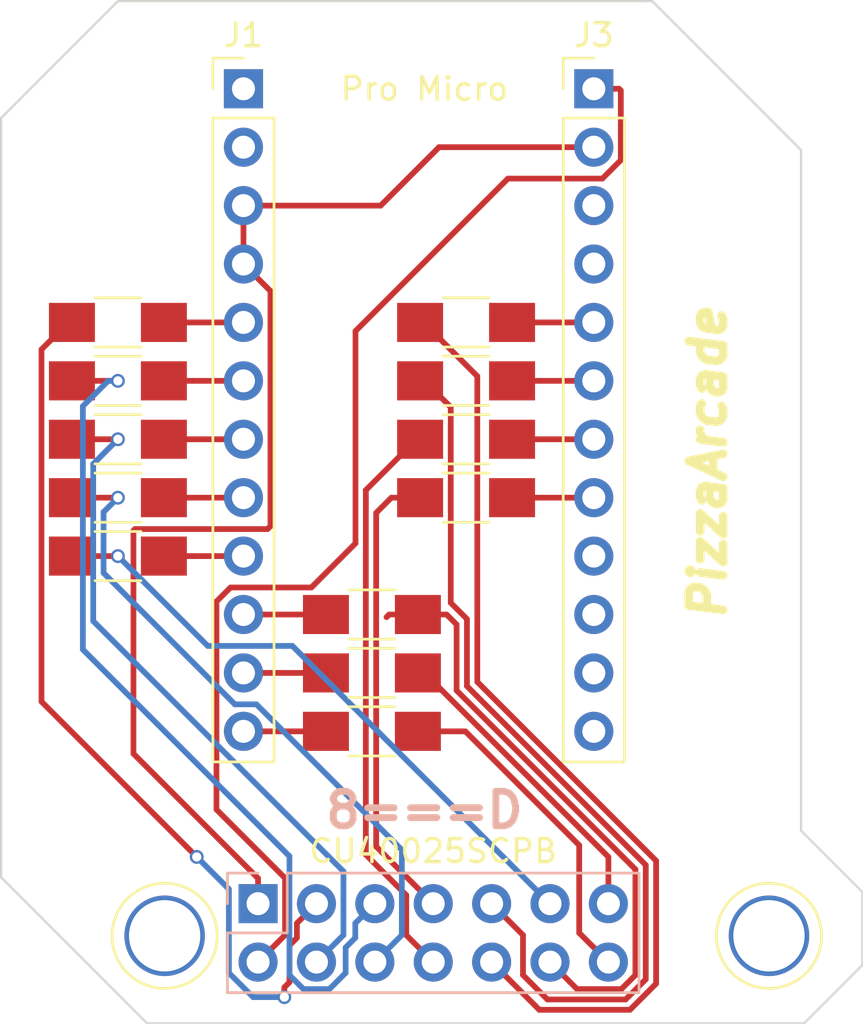
<source format=kicad_pcb>
(kicad_pcb (version 4) (host pcbnew 4.0.6-e0-6349~52~ubuntu16.10.1)

  (general
    (links 28)
    (no_connects 0)
    (area 119.329999 78.689999 156.895001 123.240001)
    (thickness 1.6)
    (drawings 17)
    (tracks 157)
    (zones 0)
    (modules 17)
    (nets 35)
  )

  (page A4)
  (layers
    (0 F.Cu signal)
    (31 B.Cu signal)
    (32 B.Adhes user hide)
    (33 F.Adhes user hide)
    (34 B.Paste user hide)
    (35 F.Paste user hide)
    (36 B.SilkS user)
    (37 F.SilkS user)
    (38 B.Mask user hide)
    (39 F.Mask user)
    (40 Dwgs.User user hide)
    (41 Cmts.User user hide)
    (42 Eco1.User user hide)
    (43 Eco2.User user hide)
    (44 Edge.Cuts user)
    (45 Margin user hide)
    (46 B.CrtYd user hide)
    (47 F.CrtYd user hide)
    (48 B.Fab user hide)
    (49 F.Fab user)
  )

  (setup
    (last_trace_width 0.25)
    (trace_clearance 0.2)
    (zone_clearance 0.508)
    (zone_45_only no)
    (trace_min 0.2)
    (segment_width 0.2)
    (edge_width 0.1)
    (via_size 0.6)
    (via_drill 0.4)
    (via_min_size 0.4)
    (via_min_drill 0.3)
    (uvia_size 0.3)
    (uvia_drill 0.1)
    (uvias_allowed no)
    (uvia_min_size 0.2)
    (uvia_min_drill 0.1)
    (pcb_text_width 0.3)
    (pcb_text_size 1.5 1.5)
    (mod_edge_width 0.15)
    (mod_text_size 1 1)
    (mod_text_width 0.15)
    (pad_size 3.5 3.5)
    (pad_drill 3.1)
    (pad_to_mask_clearance 0)
    (aux_axis_origin 0 0)
    (visible_elements FFFFFF7F)
    (pcbplotparams
      (layerselection 0x00030_80000001)
      (usegerberextensions false)
      (excludeedgelayer true)
      (linewidth 0.100000)
      (plotframeref false)
      (viasonmask false)
      (mode 1)
      (useauxorigin false)
      (hpglpennumber 1)
      (hpglpenspeed 20)
      (hpglpendiameter 15)
      (hpglpenoverlay 2)
      (psnegative false)
      (psa4output false)
      (plotreference true)
      (plotvalue true)
      (plotinvisibletext false)
      (padsonsilk false)
      (subtractmaskfromsilk false)
      (outputformat 1)
      (mirror false)
      (drillshape 1)
      (scaleselection 1)
      (outputdirectory ""))
  )

  (net 0 "")
  (net 1 "Net-(J1-Pad1)")
  (net 2 "Net-(J1-Pad2)")
  (net 3 "Net-(J2-Pad5)")
  (net 4 "Net-(J2-Pad6)")
  (net 5 "Net-(J2-Pad7)")
  (net 6 "Net-(J2-Pad8)")
  (net 7 "Net-(J2-Pad9)")
  (net 8 "Net-(J2-Pad10)")
  (net 9 "Net-(J2-Pad11)")
  (net 10 "Net-(J2-Pad12)")
  (net 11 "Net-(J3-Pad3)")
  (net 12 "Net-(J3-Pad4)")
  (net 13 "Net-(J3-Pad9)")
  (net 14 "Net-(J3-Pad10)")
  (net 15 "Net-(J3-Pad11)")
  (net 16 "Net-(J3-Pad12)")
  (net 17 /GND)
  (net 18 /FNC)
  (net 19 /RW)
  (net 20 /RS)
  (net 21 /EN)
  (net 22 /D4)
  (net 23 /D5)
  (net 24 /D6)
  (net 25 /D7)
  (net 26 /VCC)
  (net 27 "Net-(J2-Pad3)")
  (net 28 "Net-(J2-Pad4)")
  (net 29 "Net-(J2-Pad13)")
  (net 30 "Net-(J2-Pad14)")
  (net 31 /D3)
  (net 32 /D2)
  (net 33 /D1)
  (net 34 /D0)

  (net_class Default "This is the default net class."
    (clearance 0.2)
    (trace_width 0.25)
    (via_dia 0.6)
    (via_drill 0.4)
    (uvia_dia 0.3)
    (uvia_drill 0.1)
    (add_net /D0)
    (add_net /D1)
    (add_net /D2)
    (add_net /D3)
    (add_net /D4)
    (add_net /D5)
    (add_net /D6)
    (add_net /D7)
    (add_net /EN)
    (add_net /FNC)
    (add_net /GND)
    (add_net /RS)
    (add_net /RW)
    (add_net /VCC)
    (add_net "Net-(J1-Pad1)")
    (add_net "Net-(J1-Pad2)")
    (add_net "Net-(J2-Pad10)")
    (add_net "Net-(J2-Pad11)")
    (add_net "Net-(J2-Pad12)")
    (add_net "Net-(J2-Pad13)")
    (add_net "Net-(J2-Pad14)")
    (add_net "Net-(J2-Pad3)")
    (add_net "Net-(J2-Pad4)")
    (add_net "Net-(J2-Pad5)")
    (add_net "Net-(J2-Pad6)")
    (add_net "Net-(J2-Pad7)")
    (add_net "Net-(J2-Pad8)")
    (add_net "Net-(J2-Pad9)")
    (add_net "Net-(J3-Pad10)")
    (add_net "Net-(J3-Pad11)")
    (add_net "Net-(J3-Pad12)")
    (add_net "Net-(J3-Pad3)")
    (add_net "Net-(J3-Pad4)")
    (add_net "Net-(J3-Pad9)")
  )

  (module Connectors:1pin (layer F.Cu) (tedit 59475824) (tstamp 594749A8)
    (at 126.492 119.38)
    (descr "module 1 pin (ou trou mecanique de percage)")
    (tags DEV)
    (fp_text reference REF** (at 0 -3.048) (layer F.SilkS) hide
      (effects (font (size 1 1) (thickness 0.15)))
    )
    (fp_text value 1pin (at 0 3) (layer F.Fab) hide
      (effects (font (size 1 1) (thickness 0.15)))
    )
    (fp_circle (center 0 0) (end 2 0.8) (layer F.Fab) (width 0.1))
    (fp_circle (center 0 0) (end 2.6 0) (layer F.CrtYd) (width 0.05))
    (fp_circle (center 0 0) (end 0 -2.286) (layer F.SilkS) (width 0.12))
    (pad 1 thru_hole circle (at 0 0) (size 3.5 3.5) (drill 3.1) (layers *.Cu *.Mask))
  )

  (module Pin_Headers:Pin_Header_Straight_2x07_Pitch2.54mm (layer B.Cu) (tedit 596C3AB9) (tstamp 596BDBC1)
    (at 130.556 117.983 270)
    (descr "Through hole straight pin header, 2x07, 2.54mm pitch, double rows")
    (tags "Through hole pin header THT 2x07 2.54mm double row")
    (path /5946C118)
    (fp_text reference J2 (at 1.27 2.33 270) (layer B.SilkS) hide
      (effects (font (size 1 1) (thickness 0.15)) (justify mirror))
    )
    (fp_text value CU40025SCPB (at -2.286 -7.62 360) (layer F.SilkS)
      (effects (font (size 1 1) (thickness 0.15)))
    )
    (fp_line (start 0 1.27) (end 3.81 1.27) (layer B.Fab) (width 0.1))
    (fp_line (start 3.81 1.27) (end 3.81 -16.51) (layer B.Fab) (width 0.1))
    (fp_line (start 3.81 -16.51) (end -1.27 -16.51) (layer B.Fab) (width 0.1))
    (fp_line (start -1.27 -16.51) (end -1.27 0) (layer B.Fab) (width 0.1))
    (fp_line (start -1.27 0) (end 0 1.27) (layer B.Fab) (width 0.1))
    (fp_line (start -1.33 -16.57) (end 3.87 -16.57) (layer B.SilkS) (width 0.12))
    (fp_line (start -1.33 -1.27) (end -1.33 -16.57) (layer B.SilkS) (width 0.12))
    (fp_line (start 3.87 1.33) (end 3.87 -16.57) (layer B.SilkS) (width 0.12))
    (fp_line (start -1.33 -1.27) (end 1.27 -1.27) (layer B.SilkS) (width 0.12))
    (fp_line (start 1.27 -1.27) (end 1.27 1.33) (layer B.SilkS) (width 0.12))
    (fp_line (start 1.27 1.33) (end 3.87 1.33) (layer B.SilkS) (width 0.12))
    (fp_line (start -1.33 0) (end -1.33 1.33) (layer B.SilkS) (width 0.12))
    (fp_line (start -1.33 1.33) (end 0 1.33) (layer B.SilkS) (width 0.12))
    (fp_line (start -1.8 1.8) (end -1.8 -17.05) (layer B.CrtYd) (width 0.05))
    (fp_line (start -1.8 -17.05) (end 4.35 -17.05) (layer B.CrtYd) (width 0.05))
    (fp_line (start 4.35 -17.05) (end 4.35 1.8) (layer B.CrtYd) (width 0.05))
    (fp_line (start 4.35 1.8) (end -1.8 1.8) (layer B.CrtYd) (width 0.05))
    (fp_text user %R (at 1.27 -7.62 360) (layer B.Fab) hide
      (effects (font (size 1 1) (thickness 0.15)) (justify mirror))
    )
    (pad 1 thru_hole rect (at 0 0 270) (size 1.7 1.7) (drill 1) (layers *.Cu *.Mask)
      (net 17 /GND))
    (pad 2 thru_hole oval (at 2.54 0 270) (size 1.7 1.7) (drill 1) (layers *.Cu *.Mask)
      (net 26 /VCC))
    (pad 3 thru_hole oval (at 0 -2.54 270) (size 1.7 1.7) (drill 1) (layers *.Cu *.Mask)
      (net 27 "Net-(J2-Pad3)"))
    (pad 4 thru_hole oval (at 2.54 -2.54 270) (size 1.7 1.7) (drill 1) (layers *.Cu *.Mask)
      (net 28 "Net-(J2-Pad4)"))
    (pad 5 thru_hole oval (at 0 -5.08 270) (size 1.7 1.7) (drill 1) (layers *.Cu *.Mask)
      (net 3 "Net-(J2-Pad5)"))
    (pad 6 thru_hole oval (at 2.54 -5.08 270) (size 1.7 1.7) (drill 1) (layers *.Cu *.Mask)
      (net 4 "Net-(J2-Pad6)"))
    (pad 7 thru_hole oval (at 0 -7.62 270) (size 1.7 1.7) (drill 1) (layers *.Cu *.Mask)
      (net 5 "Net-(J2-Pad7)"))
    (pad 8 thru_hole oval (at 2.54 -7.62 270) (size 1.7 1.7) (drill 1) (layers *.Cu *.Mask)
      (net 6 "Net-(J2-Pad8)"))
    (pad 9 thru_hole oval (at 0 -10.16 270) (size 1.7 1.7) (drill 1) (layers *.Cu *.Mask)
      (net 7 "Net-(J2-Pad9)"))
    (pad 10 thru_hole oval (at 2.54 -10.16 270) (size 1.7 1.7) (drill 1) (layers *.Cu *.Mask)
      (net 8 "Net-(J2-Pad10)"))
    (pad 11 thru_hole oval (at 0 -12.7 270) (size 1.7 1.7) (drill 1) (layers *.Cu *.Mask)
      (net 9 "Net-(J2-Pad11)"))
    (pad 12 thru_hole oval (at 2.54 -12.7 270) (size 1.7 1.7) (drill 1) (layers *.Cu *.Mask)
      (net 10 "Net-(J2-Pad12)"))
    (pad 13 thru_hole oval (at 0 -15.24 270) (size 1.7 1.7) (drill 1) (layers *.Cu *.Mask)
      (net 29 "Net-(J2-Pad13)"))
    (pad 14 thru_hole oval (at 2.54 -15.24 270) (size 1.7 1.7) (drill 1) (layers *.Cu *.Mask)
      (net 30 "Net-(J2-Pad14)"))
    (model ${KISYS3DMOD}/Pin_Headers.3dshapes/Pin_Header_Straight_2x07_Pitch2.54mm.wrl
      (at (xyz 0 0 0))
      (scale (xyz 1 1 1))
      (rotate (xyz 0 0 0))
    )
  )

  (module Resistors_SMD:R_1206_HandSoldering (layer F.Cu) (tedit 596C3AF4) (tstamp 596BDCAD)
    (at 124.46 102.87 180)
    (descr "Resistor SMD 1206, hand soldering")
    (tags "resistor 1206")
    (path /596BDFA4)
    (attr smd)
    (fp_text reference R12 (at 0 -1.85 180) (layer F.SilkS) hide
      (effects (font (size 1 1) (thickness 0.15)))
    )
    (fp_text value 1K (at 0 1.9 180) (layer F.Fab)
      (effects (font (size 1 1) (thickness 0.15)))
    )
    (fp_text user %R (at 0 0 180) (layer F.Fab)
      (effects (font (size 0.7 0.7) (thickness 0.105)))
    )
    (fp_line (start -1.6 0.8) (end -1.6 -0.8) (layer F.Fab) (width 0.1))
    (fp_line (start 1.6 0.8) (end -1.6 0.8) (layer F.Fab) (width 0.1))
    (fp_line (start 1.6 -0.8) (end 1.6 0.8) (layer F.Fab) (width 0.1))
    (fp_line (start -1.6 -0.8) (end 1.6 -0.8) (layer F.Fab) (width 0.1))
    (fp_line (start 1 1.07) (end -1 1.07) (layer F.SilkS) (width 0.12))
    (fp_line (start -1 -1.07) (end 1 -1.07) (layer F.SilkS) (width 0.12))
    (fp_line (start -3.25 -1.11) (end 3.25 -1.11) (layer F.CrtYd) (width 0.05))
    (fp_line (start -3.25 -1.11) (end -3.25 1.1) (layer F.CrtYd) (width 0.05))
    (fp_line (start 3.25 1.1) (end 3.25 -1.11) (layer F.CrtYd) (width 0.05))
    (fp_line (start 3.25 1.1) (end -3.25 1.1) (layer F.CrtYd) (width 0.05))
    (pad 1 smd rect (at -2 0 180) (size 2 1.7) (layers F.Cu F.Paste F.Mask)
      (net 22 /D4))
    (pad 2 smd rect (at 2 0 180) (size 2 1.7) (layers F.Cu F.Paste F.Mask)
      (net 9 "Net-(J2-Pad11)"))
    (model ${KISYS3DMOD}/Resistors_SMD.3dshapes/R_1206.wrl
      (at (xyz 0 0 0))
      (scale (xyz 1 1 1))
      (rotate (xyz 0 0 0))
    )
  )

  (module Connectors:1pin (layer F.Cu) (tedit 59475836) (tstamp 594747AD)
    (at 152.781 119.38)
    (descr "module 1 pin (ou trou mecanique de percage)")
    (tags DEV)
    (fp_text reference REF** (at 0 -3.048) (layer F.SilkS) hide
      (effects (font (size 1 1) (thickness 0.15)))
    )
    (fp_text value 1pin (at 0 3) (layer F.Fab) hide
      (effects (font (size 1 1) (thickness 0.15)))
    )
    (fp_circle (center 0 0) (end 2 0.8) (layer F.Fab) (width 0.1))
    (fp_circle (center 0 0) (end 2.6 0) (layer F.CrtYd) (width 0.05))
    (fp_circle (center 0 0) (end 0 -2.286) (layer F.SilkS) (width 0.12))
    (pad 1 thru_hole circle (at 0 0) (size 3.5 3.5) (drill 3.1) (layers *.Cu *.Mask))
  )

  (module Pin_Headers:Pin_Header_Straight_1x12_Pitch2.54mm (layer F.Cu) (tedit 596C2F58) (tstamp 596BDB9D)
    (at 129.921 82.55)
    (descr "Through hole straight pin header, 1x12, 2.54mm pitch, single row")
    (tags "Through hole pin header THT 1x12 2.54mm single row")
    (path /59470897)
    (fp_text reference J1 (at 0 -2.33) (layer F.SilkS)
      (effects (font (size 1 1) (thickness 0.15)))
    )
    (fp_text value "Pro Micro" (at 0 30.27) (layer F.Fab) hide
      (effects (font (size 1 1) (thickness 0.15)))
    )
    (fp_line (start -0.635 -1.27) (end 1.27 -1.27) (layer F.Fab) (width 0.1))
    (fp_line (start 1.27 -1.27) (end 1.27 29.21) (layer F.Fab) (width 0.1))
    (fp_line (start 1.27 29.21) (end -1.27 29.21) (layer F.Fab) (width 0.1))
    (fp_line (start -1.27 29.21) (end -1.27 -0.635) (layer F.Fab) (width 0.1))
    (fp_line (start -1.27 -0.635) (end -0.635 -1.27) (layer F.Fab) (width 0.1))
    (fp_line (start -1.33 29.27) (end 1.33 29.27) (layer F.SilkS) (width 0.12))
    (fp_line (start -1.33 1.27) (end -1.33 29.27) (layer F.SilkS) (width 0.12))
    (fp_line (start 1.33 1.27) (end 1.33 29.27) (layer F.SilkS) (width 0.12))
    (fp_line (start -1.33 1.27) (end 1.33 1.27) (layer F.SilkS) (width 0.12))
    (fp_line (start -1.33 0) (end -1.33 -1.33) (layer F.SilkS) (width 0.12))
    (fp_line (start -1.33 -1.33) (end 0 -1.33) (layer F.SilkS) (width 0.12))
    (fp_line (start -1.8 -1.8) (end -1.8 29.75) (layer F.CrtYd) (width 0.05))
    (fp_line (start -1.8 29.75) (end 1.8 29.75) (layer F.CrtYd) (width 0.05))
    (fp_line (start 1.8 29.75) (end 1.8 -1.8) (layer F.CrtYd) (width 0.05))
    (fp_line (start 1.8 -1.8) (end -1.8 -1.8) (layer F.CrtYd) (width 0.05))
    (fp_text user %R (at 0 13.97 90) (layer F.Fab)
      (effects (font (size 1 1) (thickness 0.15)))
    )
    (pad 1 thru_hole rect (at 0 0) (size 1.7 1.7) (drill 1) (layers *.Cu *.Mask)
      (net 1 "Net-(J1-Pad1)"))
    (pad 2 thru_hole oval (at 0 2.54) (size 1.7 1.7) (drill 1) (layers *.Cu *.Mask)
      (net 2 "Net-(J1-Pad2)"))
    (pad 3 thru_hole oval (at 0 5.08) (size 1.7 1.7) (drill 1) (layers *.Cu *.Mask)
      (net 17 /GND))
    (pad 4 thru_hole oval (at 0 7.62) (size 1.7 1.7) (drill 1) (layers *.Cu *.Mask)
      (net 17 /GND))
    (pad 5 thru_hole oval (at 0 10.16) (size 1.7 1.7) (drill 1) (layers *.Cu *.Mask)
      (net 18 /FNC))
    (pad 6 thru_hole oval (at 0 12.7) (size 1.7 1.7) (drill 1) (layers *.Cu *.Mask)
      (net 19 /RW))
    (pad 7 thru_hole oval (at 0 15.24) (size 1.7 1.7) (drill 1) (layers *.Cu *.Mask)
      (net 20 /RS))
    (pad 8 thru_hole oval (at 0 17.78) (size 1.7 1.7) (drill 1) (layers *.Cu *.Mask)
      (net 21 /EN))
    (pad 9 thru_hole oval (at 0 20.32) (size 1.7 1.7) (drill 1) (layers *.Cu *.Mask)
      (net 22 /D4))
    (pad 10 thru_hole oval (at 0 22.86) (size 1.7 1.7) (drill 1) (layers *.Cu *.Mask)
      (net 23 /D5))
    (pad 11 thru_hole oval (at 0 25.4) (size 1.7 1.7) (drill 1) (layers *.Cu *.Mask)
      (net 24 /D6))
    (pad 12 thru_hole oval (at 0 27.94) (size 1.7 1.7) (drill 1) (layers *.Cu *.Mask)
      (net 25 /D7))
    (model ${KISYS3DMOD}/Pin_Headers.3dshapes/Pin_Header_Straight_1x12_Pitch2.54mm.wrl
      (at (xyz 0 0 0))
      (scale (xyz 1 1 1))
      (rotate (xyz 0 0 0))
    )
  )

  (module Pin_Headers:Pin_Header_Straight_1x12_Pitch2.54mm (layer F.Cu) (tedit 596C3B2F) (tstamp 596BDBE1)
    (at 145.161 82.55)
    (descr "Through hole straight pin header, 1x12, 2.54mm pitch, single row")
    (tags "Through hole pin header THT 1x12 2.54mm single row")
    (path /59470907)
    (fp_text reference J3 (at 0 -2.33) (layer F.SilkS)
      (effects (font (size 1 1) (thickness 0.15)))
    )
    (fp_text value "Pro Micro" (at -7.366 0) (layer F.SilkS)
      (effects (font (size 1 1) (thickness 0.15)))
    )
    (fp_line (start -0.635 -1.27) (end 1.27 -1.27) (layer F.Fab) (width 0.1))
    (fp_line (start 1.27 -1.27) (end 1.27 29.21) (layer F.Fab) (width 0.1))
    (fp_line (start 1.27 29.21) (end -1.27 29.21) (layer F.Fab) (width 0.1))
    (fp_line (start -1.27 29.21) (end -1.27 -0.635) (layer F.Fab) (width 0.1))
    (fp_line (start -1.27 -0.635) (end -0.635 -1.27) (layer F.Fab) (width 0.1))
    (fp_line (start -1.33 29.27) (end 1.33 29.27) (layer F.SilkS) (width 0.12))
    (fp_line (start -1.33 1.27) (end -1.33 29.27) (layer F.SilkS) (width 0.12))
    (fp_line (start 1.33 1.27) (end 1.33 29.27) (layer F.SilkS) (width 0.12))
    (fp_line (start -1.33 1.27) (end 1.33 1.27) (layer F.SilkS) (width 0.12))
    (fp_line (start -1.33 0) (end -1.33 -1.33) (layer F.SilkS) (width 0.12))
    (fp_line (start -1.33 -1.33) (end 0 -1.33) (layer F.SilkS) (width 0.12))
    (fp_line (start -1.8 -1.8) (end -1.8 29.75) (layer F.CrtYd) (width 0.05))
    (fp_line (start -1.8 29.75) (end 1.8 29.75) (layer F.CrtYd) (width 0.05))
    (fp_line (start 1.8 29.75) (end 1.8 -1.8) (layer F.CrtYd) (width 0.05))
    (fp_line (start 1.8 -1.8) (end -1.8 -1.8) (layer F.CrtYd) (width 0.05))
    (fp_text user %R (at 0 13.97 90) (layer F.Fab)
      (effects (font (size 1 1) (thickness 0.15)))
    )
    (pad 1 thru_hole rect (at 0 0) (size 1.7 1.7) (drill 1) (layers *.Cu *.Mask)
      (net 26 /VCC))
    (pad 2 thru_hole oval (at 0 2.54) (size 1.7 1.7) (drill 1) (layers *.Cu *.Mask)
      (net 17 /GND))
    (pad 3 thru_hole oval (at 0 5.08) (size 1.7 1.7) (drill 1) (layers *.Cu *.Mask)
      (net 11 "Net-(J3-Pad3)"))
    (pad 4 thru_hole oval (at 0 7.62) (size 1.7 1.7) (drill 1) (layers *.Cu *.Mask)
      (net 12 "Net-(J3-Pad4)"))
    (pad 5 thru_hole oval (at 0 10.16) (size 1.7 1.7) (drill 1) (layers *.Cu *.Mask)
      (net 31 /D3))
    (pad 6 thru_hole oval (at 0 12.7) (size 1.7 1.7) (drill 1) (layers *.Cu *.Mask)
      (net 32 /D2))
    (pad 7 thru_hole oval (at 0 15.24) (size 1.7 1.7) (drill 1) (layers *.Cu *.Mask)
      (net 33 /D1))
    (pad 8 thru_hole oval (at 0 17.78) (size 1.7 1.7) (drill 1) (layers *.Cu *.Mask)
      (net 34 /D0))
    (pad 9 thru_hole oval (at 0 20.32) (size 1.7 1.7) (drill 1) (layers *.Cu *.Mask)
      (net 13 "Net-(J3-Pad9)"))
    (pad 10 thru_hole oval (at 0 22.86) (size 1.7 1.7) (drill 1) (layers *.Cu *.Mask)
      (net 14 "Net-(J3-Pad10)"))
    (pad 11 thru_hole oval (at 0 25.4) (size 1.7 1.7) (drill 1) (layers *.Cu *.Mask)
      (net 15 "Net-(J3-Pad11)"))
    (pad 12 thru_hole oval (at 0 27.94) (size 1.7 1.7) (drill 1) (layers *.Cu *.Mask)
      (net 16 "Net-(J3-Pad12)"))
    (model ${KISYS3DMOD}/Pin_Headers.3dshapes/Pin_Header_Straight_1x12_Pitch2.54mm.wrl
      (at (xyz 0 0 0))
      (scale (xyz 1 1 1))
      (rotate (xyz 0 0 0))
    )
  )

  (module Resistors_SMD:R_1206_HandSoldering (layer F.Cu) (tedit 596C3AFE) (tstamp 596BDBF2)
    (at 124.46 97.79)
    (descr "Resistor SMD 1206, hand soldering")
    (tags "resistor 1206")
    (path /594735EE)
    (attr smd)
    (fp_text reference R1 (at 0 -1.85) (layer F.SilkS) hide
      (effects (font (size 1 1) (thickness 0.15)))
    )
    (fp_text value 1K (at 0 1.9) (layer F.Fab)
      (effects (font (size 1 1) (thickness 0.15)))
    )
    (fp_text user %R (at 0 0) (layer F.Fab)
      (effects (font (size 0.7 0.7) (thickness 0.105)))
    )
    (fp_line (start -1.6 0.8) (end -1.6 -0.8) (layer F.Fab) (width 0.1))
    (fp_line (start 1.6 0.8) (end -1.6 0.8) (layer F.Fab) (width 0.1))
    (fp_line (start 1.6 -0.8) (end 1.6 0.8) (layer F.Fab) (width 0.1))
    (fp_line (start -1.6 -0.8) (end 1.6 -0.8) (layer F.Fab) (width 0.1))
    (fp_line (start 1 1.07) (end -1 1.07) (layer F.SilkS) (width 0.12))
    (fp_line (start -1 -1.07) (end 1 -1.07) (layer F.SilkS) (width 0.12))
    (fp_line (start -3.25 -1.11) (end 3.25 -1.11) (layer F.CrtYd) (width 0.05))
    (fp_line (start -3.25 -1.11) (end -3.25 1.1) (layer F.CrtYd) (width 0.05))
    (fp_line (start 3.25 1.1) (end 3.25 -1.11) (layer F.CrtYd) (width 0.05))
    (fp_line (start 3.25 1.1) (end -3.25 1.1) (layer F.CrtYd) (width 0.05))
    (pad 1 smd rect (at -2 0) (size 2 1.7) (layers F.Cu F.Paste F.Mask)
      (net 28 "Net-(J2-Pad4)"))
    (pad 2 smd rect (at 2 0) (size 2 1.7) (layers F.Cu F.Paste F.Mask)
      (net 20 /RS))
    (model ${KISYS3DMOD}/Resistors_SMD.3dshapes/R_1206.wrl
      (at (xyz 0 0 0))
      (scale (xyz 1 1 1))
      (rotate (xyz 0 0 0))
    )
  )

  (module Resistors_SMD:R_1206_HandSoldering (layer F.Cu) (tedit 596C3B09) (tstamp 596BDC03)
    (at 139.605 97.79)
    (descr "Resistor SMD 1206, hand soldering")
    (tags "resistor 1206")
    (path /596BDC4C)
    (attr smd)
    (fp_text reference R2 (at 0 -1.85) (layer F.SilkS) hide
      (effects (font (size 1 1) (thickness 0.15)))
    )
    (fp_text value 1K (at 0 1.9) (layer F.Fab)
      (effects (font (size 1 1) (thickness 0.15)))
    )
    (fp_text user %R (at 0 0) (layer F.Fab)
      (effects (font (size 0.7 0.7) (thickness 0.105)))
    )
    (fp_line (start -1.6 0.8) (end -1.6 -0.8) (layer F.Fab) (width 0.1))
    (fp_line (start 1.6 0.8) (end -1.6 0.8) (layer F.Fab) (width 0.1))
    (fp_line (start 1.6 -0.8) (end 1.6 0.8) (layer F.Fab) (width 0.1))
    (fp_line (start -1.6 -0.8) (end 1.6 -0.8) (layer F.Fab) (width 0.1))
    (fp_line (start 1 1.07) (end -1 1.07) (layer F.SilkS) (width 0.12))
    (fp_line (start -1 -1.07) (end 1 -1.07) (layer F.SilkS) (width 0.12))
    (fp_line (start -3.25 -1.11) (end 3.25 -1.11) (layer F.CrtYd) (width 0.05))
    (fp_line (start -3.25 -1.11) (end -3.25 1.1) (layer F.CrtYd) (width 0.05))
    (fp_line (start 3.25 1.1) (end 3.25 -1.11) (layer F.CrtYd) (width 0.05))
    (fp_line (start 3.25 1.1) (end -3.25 1.1) (layer F.CrtYd) (width 0.05))
    (pad 1 smd rect (at -2 0) (size 2 1.7) (layers F.Cu F.Paste F.Mask)
      (net 6 "Net-(J2-Pad8)"))
    (pad 2 smd rect (at 2 0) (size 2 1.7) (layers F.Cu F.Paste F.Mask)
      (net 33 /D1))
    (model ${KISYS3DMOD}/Resistors_SMD.3dshapes/R_1206.wrl
      (at (xyz 0 0 0))
      (scale (xyz 1 1 1))
      (rotate (xyz 0 0 0))
    )
  )

  (module Resistors_SMD:R_1206_HandSoldering (layer F.Cu) (tedit 596C3B17) (tstamp 596BDC14)
    (at 135.509 105.41 180)
    (descr "Resistor SMD 1206, hand soldering")
    (tags "resistor 1206")
    (path /596BDCBE)
    (attr smd)
    (fp_text reference R3 (at 0 -1.85 180) (layer F.SilkS) hide
      (effects (font (size 1 1) (thickness 0.15)))
    )
    (fp_text value 1K (at 0 1.9 180) (layer F.Fab)
      (effects (font (size 1 1) (thickness 0.15)))
    )
    (fp_text user %R (at 0 0 180) (layer F.Fab)
      (effects (font (size 0.7 0.7) (thickness 0.105)))
    )
    (fp_line (start -1.6 0.8) (end -1.6 -0.8) (layer F.Fab) (width 0.1))
    (fp_line (start 1.6 0.8) (end -1.6 0.8) (layer F.Fab) (width 0.1))
    (fp_line (start 1.6 -0.8) (end 1.6 0.8) (layer F.Fab) (width 0.1))
    (fp_line (start -1.6 -0.8) (end 1.6 -0.8) (layer F.Fab) (width 0.1))
    (fp_line (start 1 1.07) (end -1 1.07) (layer F.SilkS) (width 0.12))
    (fp_line (start -1 -1.07) (end 1 -1.07) (layer F.SilkS) (width 0.12))
    (fp_line (start -3.25 -1.11) (end 3.25 -1.11) (layer F.CrtYd) (width 0.05))
    (fp_line (start -3.25 -1.11) (end -3.25 1.1) (layer F.CrtYd) (width 0.05))
    (fp_line (start 3.25 1.1) (end 3.25 -1.11) (layer F.CrtYd) (width 0.05))
    (fp_line (start 3.25 1.1) (end -3.25 1.1) (layer F.CrtYd) (width 0.05))
    (pad 1 smd rect (at -2 0 180) (size 2 1.7) (layers F.Cu F.Paste F.Mask)
      (net 10 "Net-(J2-Pad12)"))
    (pad 2 smd rect (at 2 0 180) (size 2 1.7) (layers F.Cu F.Paste F.Mask)
      (net 23 /D5))
    (model ${KISYS3DMOD}/Resistors_SMD.3dshapes/R_1206.wrl
      (at (xyz 0 0 0))
      (scale (xyz 1 1 1))
      (rotate (xyz 0 0 0))
    )
  )

  (module Resistors_SMD:R_1206_HandSoldering (layer F.Cu) (tedit 596C3AF7) (tstamp 596BDC25)
    (at 124.46 100.33 180)
    (descr "Resistor SMD 1206, hand soldering")
    (tags "resistor 1206")
    (path /596BDB5D)
    (attr smd)
    (fp_text reference R4 (at 0 -1.85 180) (layer F.SilkS) hide
      (effects (font (size 1 1) (thickness 0.15)))
    )
    (fp_text value 1K (at 0 1.9 180) (layer F.Fab)
      (effects (font (size 1 1) (thickness 0.15)))
    )
    (fp_text user %R (at 0 0 180) (layer F.Fab)
      (effects (font (size 0.7 0.7) (thickness 0.105)))
    )
    (fp_line (start -1.6 0.8) (end -1.6 -0.8) (layer F.Fab) (width 0.1))
    (fp_line (start 1.6 0.8) (end -1.6 0.8) (layer F.Fab) (width 0.1))
    (fp_line (start 1.6 -0.8) (end 1.6 0.8) (layer F.Fab) (width 0.1))
    (fp_line (start -1.6 -0.8) (end 1.6 -0.8) (layer F.Fab) (width 0.1))
    (fp_line (start 1 1.07) (end -1 1.07) (layer F.SilkS) (width 0.12))
    (fp_line (start -1 -1.07) (end 1 -1.07) (layer F.SilkS) (width 0.12))
    (fp_line (start -3.25 -1.11) (end 3.25 -1.11) (layer F.CrtYd) (width 0.05))
    (fp_line (start -3.25 -1.11) (end -3.25 1.1) (layer F.CrtYd) (width 0.05))
    (fp_line (start 3.25 1.1) (end 3.25 -1.11) (layer F.CrtYd) (width 0.05))
    (fp_line (start 3.25 1.1) (end -3.25 1.1) (layer F.CrtYd) (width 0.05))
    (pad 1 smd rect (at -2 0 180) (size 2 1.7) (layers F.Cu F.Paste F.Mask)
      (net 21 /EN))
    (pad 2 smd rect (at 2 0 180) (size 2 1.7) (layers F.Cu F.Paste F.Mask)
      (net 4 "Net-(J2-Pad6)"))
    (model ${KISYS3DMOD}/Resistors_SMD.3dshapes/R_1206.wrl
      (at (xyz 0 0 0))
      (scale (xyz 1 1 1))
      (rotate (xyz 0 0 0))
    )
  )

  (module Resistors_SMD:R_1206_HandSoldering (layer F.Cu) (tedit 596C3B05) (tstamp 596BDC36)
    (at 139.605 92.71)
    (descr "Resistor SMD 1206, hand soldering")
    (tags "resistor 1206")
    (path /596BDC7C)
    (attr smd)
    (fp_text reference R5 (at 0 -1.85) (layer F.SilkS) hide
      (effects (font (size 1 1) (thickness 0.15)))
    )
    (fp_text value 1K (at 0 1.9) (layer F.Fab)
      (effects (font (size 1 1) (thickness 0.15)))
    )
    (fp_text user %R (at 0 0) (layer F.Fab)
      (effects (font (size 0.7 0.7) (thickness 0.105)))
    )
    (fp_line (start -1.6 0.8) (end -1.6 -0.8) (layer F.Fab) (width 0.1))
    (fp_line (start 1.6 0.8) (end -1.6 0.8) (layer F.Fab) (width 0.1))
    (fp_line (start 1.6 -0.8) (end 1.6 0.8) (layer F.Fab) (width 0.1))
    (fp_line (start -1.6 -0.8) (end 1.6 -0.8) (layer F.Fab) (width 0.1))
    (fp_line (start 1 1.07) (end -1 1.07) (layer F.SilkS) (width 0.12))
    (fp_line (start -1 -1.07) (end 1 -1.07) (layer F.SilkS) (width 0.12))
    (fp_line (start -3.25 -1.11) (end 3.25 -1.11) (layer F.CrtYd) (width 0.05))
    (fp_line (start -3.25 -1.11) (end -3.25 1.1) (layer F.CrtYd) (width 0.05))
    (fp_line (start 3.25 1.1) (end 3.25 -1.11) (layer F.CrtYd) (width 0.05))
    (fp_line (start 3.25 1.1) (end -3.25 1.1) (layer F.CrtYd) (width 0.05))
    (pad 1 smd rect (at -2 0) (size 2 1.7) (layers F.Cu F.Paste F.Mask)
      (net 8 "Net-(J2-Pad10)"))
    (pad 2 smd rect (at 2 0) (size 2 1.7) (layers F.Cu F.Paste F.Mask)
      (net 31 /D3))
    (model ${KISYS3DMOD}/Resistors_SMD.3dshapes/R_1206.wrl
      (at (xyz 0 0 0))
      (scale (xyz 1 1 1))
      (rotate (xyz 0 0 0))
    )
  )

  (module Resistors_SMD:R_1206_HandSoldering (layer F.Cu) (tedit 596C3C59) (tstamp 596BDC47)
    (at 135.509 110.49 180)
    (descr "Resistor SMD 1206, hand soldering")
    (tags "resistor 1206")
    (path /596BE146)
    (attr smd)
    (fp_text reference R6 (at 0 -1.85 180) (layer F.SilkS) hide
      (effects (font (size 1 1) (thickness 0.15)))
    )
    (fp_text value 1K (at 0 1.9 180) (layer F.Fab)
      (effects (font (size 1 1) (thickness 0.15)))
    )
    (fp_text user %R (at 0 0 180) (layer F.Fab)
      (effects (font (size 0.7 0.7) (thickness 0.105)))
    )
    (fp_line (start -1.6 0.8) (end -1.6 -0.8) (layer F.Fab) (width 0.1))
    (fp_line (start 1.6 0.8) (end -1.6 0.8) (layer F.Fab) (width 0.1))
    (fp_line (start 1.6 -0.8) (end 1.6 0.8) (layer F.Fab) (width 0.1))
    (fp_line (start -1.6 -0.8) (end 1.6 -0.8) (layer F.Fab) (width 0.1))
    (fp_line (start 1 1.07) (end -1 1.07) (layer F.SilkS) (width 0.12))
    (fp_line (start -1 -1.07) (end 1 -1.07) (layer F.SilkS) (width 0.12))
    (fp_line (start -3.25 -1.11) (end 3.25 -1.11) (layer F.CrtYd) (width 0.05))
    (fp_line (start -3.25 -1.11) (end -3.25 1.1) (layer F.CrtYd) (width 0.05))
    (fp_line (start 3.25 1.1) (end 3.25 -1.11) (layer F.CrtYd) (width 0.05))
    (fp_line (start 3.25 1.1) (end -3.25 1.1) (layer F.CrtYd) (width 0.05))
    (pad 1 smd rect (at -2 0 180) (size 2 1.7) (layers F.Cu F.Paste F.Mask)
      (net 30 "Net-(J2-Pad14)"))
    (pad 2 smd rect (at 2 0 180) (size 2 1.7) (layers F.Cu F.Paste F.Mask)
      (net 25 /D7))
    (model ${KISYS3DMOD}/Resistors_SMD.3dshapes/R_1206.wrl
      (at (xyz 0 0 0))
      (scale (xyz 1 1 1))
      (rotate (xyz 0 0 0))
    )
  )

  (module Resistors_SMD:R_1206_HandSoldering (layer F.Cu) (tedit 596C3AFB) (tstamp 596BDC58)
    (at 124.46 95.25 180)
    (descr "Resistor SMD 1206, hand soldering")
    (tags "resistor 1206")
    (path /596BE0C1)
    (attr smd)
    (fp_text reference R7 (at 0 -1.85 180) (layer F.SilkS) hide
      (effects (font (size 1 1) (thickness 0.15)))
    )
    (fp_text value 1K (at 0 1.9 180) (layer F.Fab)
      (effects (font (size 1 1) (thickness 0.15)))
    )
    (fp_text user %R (at 0 0 180) (layer F.Fab)
      (effects (font (size 0.7 0.7) (thickness 0.105)))
    )
    (fp_line (start -1.6 0.8) (end -1.6 -0.8) (layer F.Fab) (width 0.1))
    (fp_line (start 1.6 0.8) (end -1.6 0.8) (layer F.Fab) (width 0.1))
    (fp_line (start 1.6 -0.8) (end 1.6 0.8) (layer F.Fab) (width 0.1))
    (fp_line (start -1.6 -0.8) (end 1.6 -0.8) (layer F.Fab) (width 0.1))
    (fp_line (start 1 1.07) (end -1 1.07) (layer F.SilkS) (width 0.12))
    (fp_line (start -1 -1.07) (end 1 -1.07) (layer F.SilkS) (width 0.12))
    (fp_line (start -3.25 -1.11) (end 3.25 -1.11) (layer F.CrtYd) (width 0.05))
    (fp_line (start -3.25 -1.11) (end -3.25 1.1) (layer F.CrtYd) (width 0.05))
    (fp_line (start 3.25 1.1) (end 3.25 -1.11) (layer F.CrtYd) (width 0.05))
    (fp_line (start 3.25 1.1) (end -3.25 1.1) (layer F.CrtYd) (width 0.05))
    (pad 1 smd rect (at -2 0 180) (size 2 1.7) (layers F.Cu F.Paste F.Mask)
      (net 19 /RW))
    (pad 2 smd rect (at 2 0 180) (size 2 1.7) (layers F.Cu F.Paste F.Mask)
      (net 3 "Net-(J2-Pad5)"))
    (model ${KISYS3DMOD}/Resistors_SMD.3dshapes/R_1206.wrl
      (at (xyz 0 0 0))
      (scale (xyz 1 1 1))
      (rotate (xyz 0 0 0))
    )
  )

  (module Resistors_SMD:R_1206_HandSoldering (layer F.Cu) (tedit 596C3B0C) (tstamp 596BDC69)
    (at 139.605 95.25 180)
    (descr "Resistor SMD 1206, hand soldering")
    (tags "resistor 1206")
    (path /596BE024)
    (attr smd)
    (fp_text reference R8 (at 0 -1.85 180) (layer F.SilkS) hide
      (effects (font (size 1 1) (thickness 0.15)))
    )
    (fp_text value 1K (at 0 1.9 180) (layer F.Fab)
      (effects (font (size 1 1) (thickness 0.15)))
    )
    (fp_text user %R (at 0 0 180) (layer F.Fab)
      (effects (font (size 0.7 0.7) (thickness 0.105)))
    )
    (fp_line (start -1.6 0.8) (end -1.6 -0.8) (layer F.Fab) (width 0.1))
    (fp_line (start 1.6 0.8) (end -1.6 0.8) (layer F.Fab) (width 0.1))
    (fp_line (start 1.6 -0.8) (end 1.6 0.8) (layer F.Fab) (width 0.1))
    (fp_line (start -1.6 -0.8) (end 1.6 -0.8) (layer F.Fab) (width 0.1))
    (fp_line (start 1 1.07) (end -1 1.07) (layer F.SilkS) (width 0.12))
    (fp_line (start -1 -1.07) (end 1 -1.07) (layer F.SilkS) (width 0.12))
    (fp_line (start -3.25 -1.11) (end 3.25 -1.11) (layer F.CrtYd) (width 0.05))
    (fp_line (start -3.25 -1.11) (end -3.25 1.1) (layer F.CrtYd) (width 0.05))
    (fp_line (start 3.25 1.1) (end 3.25 -1.11) (layer F.CrtYd) (width 0.05))
    (fp_line (start 3.25 1.1) (end -3.25 1.1) (layer F.CrtYd) (width 0.05))
    (pad 1 smd rect (at -2 0 180) (size 2 1.7) (layers F.Cu F.Paste F.Mask)
      (net 32 /D2))
    (pad 2 smd rect (at 2 0 180) (size 2 1.7) (layers F.Cu F.Paste F.Mask)
      (net 7 "Net-(J2-Pad9)"))
    (model ${KISYS3DMOD}/Resistors_SMD.3dshapes/R_1206.wrl
      (at (xyz 0 0 0))
      (scale (xyz 1 1 1))
      (rotate (xyz 0 0 0))
    )
  )

  (module Resistors_SMD:R_1206_HandSoldering (layer F.Cu) (tedit 596C3B14) (tstamp 596BDC7A)
    (at 135.509 107.95)
    (descr "Resistor SMD 1206, hand soldering")
    (tags "resistor 1206")
    (path /596BDD00)
    (attr smd)
    (fp_text reference R9 (at 0 -1.85) (layer F.SilkS) hide
      (effects (font (size 1 1) (thickness 0.15)))
    )
    (fp_text value 1K (at 0 1.9) (layer F.Fab)
      (effects (font (size 1 1) (thickness 0.15)))
    )
    (fp_text user %R (at 0 0) (layer F.Fab)
      (effects (font (size 0.7 0.7) (thickness 0.105)))
    )
    (fp_line (start -1.6 0.8) (end -1.6 -0.8) (layer F.Fab) (width 0.1))
    (fp_line (start 1.6 0.8) (end -1.6 0.8) (layer F.Fab) (width 0.1))
    (fp_line (start 1.6 -0.8) (end 1.6 0.8) (layer F.Fab) (width 0.1))
    (fp_line (start -1.6 -0.8) (end 1.6 -0.8) (layer F.Fab) (width 0.1))
    (fp_line (start 1 1.07) (end -1 1.07) (layer F.SilkS) (width 0.12))
    (fp_line (start -1 -1.07) (end 1 -1.07) (layer F.SilkS) (width 0.12))
    (fp_line (start -3.25 -1.11) (end 3.25 -1.11) (layer F.CrtYd) (width 0.05))
    (fp_line (start -3.25 -1.11) (end -3.25 1.1) (layer F.CrtYd) (width 0.05))
    (fp_line (start 3.25 1.1) (end 3.25 -1.11) (layer F.CrtYd) (width 0.05))
    (fp_line (start 3.25 1.1) (end -3.25 1.1) (layer F.CrtYd) (width 0.05))
    (pad 1 smd rect (at -2 0) (size 2 1.7) (layers F.Cu F.Paste F.Mask)
      (net 24 /D6))
    (pad 2 smd rect (at 2 0) (size 2 1.7) (layers F.Cu F.Paste F.Mask)
      (net 29 "Net-(J2-Pad13)"))
    (model ${KISYS3DMOD}/Resistors_SMD.3dshapes/R_1206.wrl
      (at (xyz 0 0 0))
      (scale (xyz 1 1 1))
      (rotate (xyz 0 0 0))
    )
  )

  (module Resistors_SMD:R_1206_HandSoldering (layer F.Cu) (tedit 596C3B00) (tstamp 596BDC8B)
    (at 124.46 92.71 180)
    (descr "Resistor SMD 1206, hand soldering")
    (tags "resistor 1206")
    (path /596BE102)
    (attr smd)
    (fp_text reference R10 (at 0 -1.85 180) (layer F.SilkS) hide
      (effects (font (size 1 1) (thickness 0.15)))
    )
    (fp_text value 1K (at 0 1.9 180) (layer F.Fab)
      (effects (font (size 1 1) (thickness 0.15)))
    )
    (fp_text user %R (at 0 0 270) (layer F.Fab)
      (effects (font (size 0.7 0.7) (thickness 0.105)))
    )
    (fp_line (start -1.6 0.8) (end -1.6 -0.8) (layer F.Fab) (width 0.1))
    (fp_line (start 1.6 0.8) (end -1.6 0.8) (layer F.Fab) (width 0.1))
    (fp_line (start 1.6 -0.8) (end 1.6 0.8) (layer F.Fab) (width 0.1))
    (fp_line (start -1.6 -0.8) (end 1.6 -0.8) (layer F.Fab) (width 0.1))
    (fp_line (start 1 1.07) (end -1 1.07) (layer F.SilkS) (width 0.12))
    (fp_line (start -1 -1.07) (end 1 -1.07) (layer F.SilkS) (width 0.12))
    (fp_line (start -3.25 -1.11) (end 3.25 -1.11) (layer F.CrtYd) (width 0.05))
    (fp_line (start -3.25 -1.11) (end -3.25 1.1) (layer F.CrtYd) (width 0.05))
    (fp_line (start 3.25 1.1) (end 3.25 -1.11) (layer F.CrtYd) (width 0.05))
    (fp_line (start 3.25 1.1) (end -3.25 1.1) (layer F.CrtYd) (width 0.05))
    (pad 1 smd rect (at -2 0 180) (size 2 1.7) (layers F.Cu F.Paste F.Mask)
      (net 18 /FNC))
    (pad 2 smd rect (at 2 0 180) (size 2 1.7) (layers F.Cu F.Paste F.Mask)
      (net 27 "Net-(J2-Pad3)"))
    (model ${KISYS3DMOD}/Resistors_SMD.3dshapes/R_1206.wrl
      (at (xyz 0 0 0))
      (scale (xyz 1 1 1))
      (rotate (xyz 0 0 0))
    )
  )

  (module Resistors_SMD:R_1206_HandSoldering (layer F.Cu) (tedit 596C3B0F) (tstamp 596BDC9C)
    (at 139.605 100.33 180)
    (descr "Resistor SMD 1206, hand soldering")
    (tags "resistor 1206")
    (path /596BE083)
    (attr smd)
    (fp_text reference R11 (at 0 -1.85 180) (layer F.SilkS) hide
      (effects (font (size 1 1) (thickness 0.15)))
    )
    (fp_text value 1K (at 0 1.9 180) (layer F.Fab)
      (effects (font (size 1 1) (thickness 0.15)))
    )
    (fp_text user %R (at 0 0 180) (layer F.Fab)
      (effects (font (size 0.7 0.7) (thickness 0.105)))
    )
    (fp_line (start -1.6 0.8) (end -1.6 -0.8) (layer F.Fab) (width 0.1))
    (fp_line (start 1.6 0.8) (end -1.6 0.8) (layer F.Fab) (width 0.1))
    (fp_line (start 1.6 -0.8) (end 1.6 0.8) (layer F.Fab) (width 0.1))
    (fp_line (start -1.6 -0.8) (end 1.6 -0.8) (layer F.Fab) (width 0.1))
    (fp_line (start 1 1.07) (end -1 1.07) (layer F.SilkS) (width 0.12))
    (fp_line (start -1 -1.07) (end 1 -1.07) (layer F.SilkS) (width 0.12))
    (fp_line (start -3.25 -1.11) (end 3.25 -1.11) (layer F.CrtYd) (width 0.05))
    (fp_line (start -3.25 -1.11) (end -3.25 1.1) (layer F.CrtYd) (width 0.05))
    (fp_line (start 3.25 1.1) (end 3.25 -1.11) (layer F.CrtYd) (width 0.05))
    (fp_line (start 3.25 1.1) (end -3.25 1.1) (layer F.CrtYd) (width 0.05))
    (pad 1 smd rect (at -2 0 180) (size 2 1.7) (layers F.Cu F.Paste F.Mask)
      (net 34 /D0))
    (pad 2 smd rect (at 2 0 180) (size 2 1.7) (layers F.Cu F.Paste F.Mask)
      (net 5 "Net-(J2-Pad7)"))
    (model ${KISYS3DMOD}/Resistors_SMD.3dshapes/R_1206.wrl
      (at (xyz 0 0 0))
      (scale (xyz 1 1 1))
      (rotate (xyz 0 0 0))
    )
  )

  (gr_text 8===D (at 137.795 113.919) (layer B.SilkS)
    (effects (font (size 1.5 1.5) (thickness 0.3)))
  )
  (gr_line (start 147.701 78.74) (end 147.828 78.867) (layer Edge.Cuts) (width 0.1))
  (gr_line (start 147.32 78.74) (end 147.701 78.74) (layer Edge.Cuts) (width 0.1))
  (gr_line (start 154.178 85.217) (end 147.828 78.867) (layer Edge.Cuts) (width 0.1))
  (gr_line (start 154.178 114.808) (end 154.178 85.217) (layer Edge.Cuts) (width 0.1))
  (gr_text PizzaArcade (at 150.114 98.806 90) (layer F.SilkS)
    (effects (font (size 1.5 1.5) (thickness 0.375) italic))
  )
  (gr_line (start 155.575 116.205) (end 154.178 114.808) (layer Edge.Cuts) (width 0.1))
  (gr_line (start 156.845 117.475) (end 155.575 116.205) (layer Edge.Cuts) (width 0.1))
  (gr_line (start 156.845 120.65) (end 156.845 117.475) (layer Edge.Cuts) (width 0.1))
  (gr_line (start 124.46 78.74) (end 147.32 78.74) (layer Edge.Cuts) (width 0.1))
  (gr_line (start 119.38 83.82) (end 124.46 78.74) (layer Edge.Cuts) (width 0.1))
  (gr_line (start 119.38 91.44) (end 119.38 83.82) (layer Edge.Cuts) (width 0.1))
  (gr_line (start 119.38 116.84) (end 123.19 120.65) (layer Edge.Cuts) (width 0.1))
  (gr_line (start 119.38 91.44) (end 119.38 116.84) (layer Edge.Cuts) (width 0.1))
  (gr_line (start 125.73 123.19) (end 154.305 123.19) (angle 90) (layer Edge.Cuts) (width 0.1))
  (gr_line (start 154.305 123.19) (end 156.845 120.65) (angle 90) (layer Edge.Cuts) (width 0.1))
  (gr_line (start 123.19 120.65) (end 125.73 123.19) (angle 90) (layer Edge.Cuts) (width 0.1))

  (segment (start 124.46 95.25) (end 124.035736 95.25) (width 0.25) (layer B.Cu) (net 3))
  (segment (start 124.035736 95.25) (end 122.93498 96.350756) (width 0.25) (layer B.Cu) (net 3))
  (segment (start 122.93498 96.350756) (end 122.93498 106.93298) (width 0.25) (layer B.Cu) (net 3))
  (segment (start 122.93498 106.93298) (end 131.920999 115.918999) (width 0.25) (layer B.Cu) (net 3))
  (segment (start 131.920999 115.918999) (end 131.920999 121.087001) (width 0.25) (layer B.Cu) (net 3))
  (segment (start 131.920999 121.087001) (end 132.531999 121.698001) (width 0.25) (layer B.Cu) (net 3))
  (segment (start 132.531999 121.698001) (end 133.660001 121.698001) (width 0.25) (layer B.Cu) (net 3))
  (segment (start 133.660001 121.698001) (end 134.366 120.992002) (width 0.25) (layer B.Cu) (net 3))
  (segment (start 134.786001 118.832999) (end 135.636 117.983) (width 0.25) (layer B.Cu) (net 3))
  (segment (start 134.366 120.992002) (end 134.366 119.88941) (width 0.25) (layer B.Cu) (net 3))
  (segment (start 134.366 119.88941) (end 134.786001 119.469409) (width 0.25) (layer B.Cu) (net 3))
  (segment (start 134.786001 119.469409) (end 134.786001 118.832999) (width 0.25) (layer B.Cu) (net 3))
  (segment (start 122.46 95.25) (end 124.46 95.25) (width 0.25) (layer F.Cu) (net 3))
  (via (at 124.46 95.25) (size 0.6) (drill 0.4) (layers F.Cu B.Cu) (net 3))
  (segment (start 124.46 100.33) (end 123.834999 100.955001) (width 0.25) (layer B.Cu) (net 4))
  (segment (start 123.834999 100.955001) (end 123.834999 103.603001) (width 0.25) (layer B.Cu) (net 4))
  (segment (start 123.834999 103.603001) (end 129.546997 109.314999) (width 0.25) (layer B.Cu) (net 4))
  (segment (start 136.811001 115.640999) (end 136.811001 119.347999) (width 0.25) (layer B.Cu) (net 4))
  (segment (start 129.546997 109.314999) (end 130.485001 109.314999) (width 0.25) (layer B.Cu) (net 4))
  (segment (start 136.485999 119.673001) (end 135.636 120.523) (width 0.25) (layer B.Cu) (net 4))
  (segment (start 130.485001 109.314999) (end 136.811001 115.640999) (width 0.25) (layer B.Cu) (net 4))
  (segment (start 136.811001 119.347999) (end 136.485999 119.673001) (width 0.25) (layer B.Cu) (net 4))
  (segment (start 122.46 100.33) (end 124.46 100.33) (width 0.25) (layer F.Cu) (net 4))
  (via (at 124.46 100.33) (size 0.6) (drill 0.4) (layers F.Cu B.Cu) (net 4))
  (segment (start 122.46 100.33) (end 122.31 100.33) (width 0.25) (layer F.Cu) (net 4))
  (segment (start 137.605 100.33) (end 136.355 100.33) (width 0.25) (layer F.Cu) (net 5))
  (segment (start 135.693991 100.991009) (end 135.693991 115.500991) (width 0.25) (layer F.Cu) (net 5))
  (segment (start 136.355 100.33) (end 135.693991 100.991009) (width 0.25) (layer F.Cu) (net 5))
  (segment (start 137.326001 117.133001) (end 138.176 117.983) (width 0.25) (layer F.Cu) (net 5))
  (segment (start 135.693991 115.500991) (end 137.326001 117.133001) (width 0.25) (layer F.Cu) (net 5))
  (segment (start 137.605 97.79) (end 137.455 97.79) (width 0.25) (layer F.Cu) (net 6))
  (segment (start 137.000999 117.608997) (end 137.000999 119.347999) (width 0.25) (layer F.Cu) (net 6))
  (segment (start 137.455 97.79) (end 135.243981 100.001019) (width 0.25) (layer F.Cu) (net 6))
  (segment (start 135.243981 100.001019) (end 135.243981 115.851979) (width 0.25) (layer F.Cu) (net 6))
  (segment (start 135.243981 115.851979) (end 137.000999 117.608997) (width 0.25) (layer F.Cu) (net 6))
  (segment (start 137.000999 119.347999) (end 137.326001 119.673001) (width 0.25) (layer F.Cu) (net 6))
  (segment (start 137.326001 119.673001) (end 138.176 120.523) (width 0.25) (layer F.Cu) (net 6))
  (segment (start 137.605 95.25) (end 137.795 95.25) (width 0.25) (layer F.Cu) (net 7))
  (segment (start 139.642009 105.606009) (end 139.642009 108.524189) (width 0.25) (layer F.Cu) (net 7))
  (segment (start 137.795 95.25) (end 138.938 96.393) (width 0.25) (layer F.Cu) (net 7))
  (segment (start 143.142007 122.148009) (end 142.080999 121.087001) (width 0.25) (layer F.Cu) (net 7))
  (segment (start 138.938 96.393) (end 138.938 104.902) (width 0.25) (layer F.Cu) (net 7))
  (segment (start 139.642009 108.524189) (end 147.421011 116.303191) (width 0.25) (layer F.Cu) (net 7))
  (segment (start 138.938 104.902) (end 139.642009 105.606009) (width 0.25) (layer F.Cu) (net 7))
  (segment (start 147.421011 116.303191) (end 147.42101 121.273402) (width 0.25) (layer F.Cu) (net 7))
  (segment (start 147.42101 121.273402) (end 146.546401 122.148011) (width 0.25) (layer F.Cu) (net 7))
  (segment (start 142.080999 119.347999) (end 140.716 117.983) (width 0.25) (layer F.Cu) (net 7))
  (segment (start 146.546401 122.148011) (end 143.142007 122.148009) (width 0.25) (layer F.Cu) (net 7))
  (segment (start 142.080999 121.087001) (end 142.080999 119.347999) (width 0.25) (layer F.Cu) (net 7))
  (segment (start 137.605 92.71) (end 137.755 92.71) (width 0.25) (layer F.Cu) (net 8))
  (segment (start 141.565999 121.372999) (end 140.716 120.523) (width 0.25) (layer F.Cu) (net 8))
  (segment (start 137.755 92.71) (end 140.092019 95.047019) (width 0.25) (layer F.Cu) (net 8))
  (segment (start 140.092019 95.047019) (end 140.092019 108.337789) (width 0.25) (layer F.Cu) (net 8))
  (segment (start 140.092019 108.337789) (end 147.87102 116.116792) (width 0.25) (layer F.Cu) (net 8))
  (segment (start 147.87102 116.116792) (end 147.871019 121.459803) (width 0.25) (layer F.Cu) (net 8))
  (segment (start 147.871019 121.459803) (end 146.732802 122.598018) (width 0.25) (layer F.Cu) (net 8))
  (segment (start 146.732802 122.598018) (end 142.791018 122.598018) (width 0.25) (layer F.Cu) (net 8))
  (segment (start 142.791018 122.598018) (end 141.565999 121.372999) (width 0.25) (layer F.Cu) (net 8))
  (segment (start 124.46 102.87) (end 128.364999 106.774999) (width 0.25) (layer B.Cu) (net 9))
  (segment (start 128.364999 106.774999) (end 132.047999 106.774999) (width 0.25) (layer B.Cu) (net 9))
  (segment (start 132.047999 106.774999) (end 142.406001 117.133001) (width 0.25) (layer B.Cu) (net 9))
  (segment (start 142.406001 117.133001) (end 143.256 117.983) (width 0.25) (layer B.Cu) (net 9))
  (segment (start 122.46 102.87) (end 124.46 102.87) (width 0.25) (layer F.Cu) (net 9))
  (via (at 124.46 102.87) (size 0.6) (drill 0.4) (layers F.Cu B.Cu) (net 9))
  (segment (start 139.192 108.71059) (end 146.971001 116.489591) (width 0.25) (layer F.Cu) (net 10))
  (segment (start 146.971001 116.489591) (end 146.971001 121.087001) (width 0.25) (layer F.Cu) (net 10))
  (segment (start 146.971001 121.087001) (end 146.360001 121.698001) (width 0.25) (layer F.Cu) (net 10))
  (segment (start 146.360001 121.698001) (end 144.431001 121.698001) (width 0.25) (layer F.Cu) (net 10))
  (segment (start 144.431001 121.698001) (end 144.105999 121.372999) (width 0.25) (layer F.Cu) (net 10))
  (segment (start 144.105999 121.372999) (end 143.256 120.523) (width 0.25) (layer F.Cu) (net 10))
  (segment (start 137.509 105.41) (end 138.759 105.41) (width 0.25) (layer F.Cu) (net 10))
  (segment (start 138.759 105.41) (end 139.192 105.843) (width 0.25) (layer F.Cu) (net 10))
  (segment (start 139.192 105.843) (end 139.192 108.71059) (width 0.25) (layer F.Cu) (net 10))
  (segment (start 137.509 105.41) (end 136.259 105.41) (width 0.25) (layer F.Cu) (net 10))
  (segment (start 136.259 105.41) (end 136.144 105.525) (width 0.25) (layer F.Cu) (net 10))
  (segment (start 129.921 90.17) (end 131.096001 91.345001) (width 0.25) (layer F.Cu) (net 17))
  (segment (start 130.969001 101.694999) (end 125.199999 101.694999) (width 0.25) (layer F.Cu) (net 17))
  (segment (start 131.096001 91.345001) (end 131.096001 101.567999) (width 0.25) (layer F.Cu) (net 17))
  (segment (start 125.134999 101.759999) (end 125.134999 111.461999) (width 0.25) (layer F.Cu) (net 17))
  (segment (start 131.096001 101.567999) (end 130.969001 101.694999) (width 0.25) (layer F.Cu) (net 17))
  (segment (start 125.199999 101.694999) (end 125.134999 101.759999) (width 0.25) (layer F.Cu) (net 17))
  (segment (start 125.134999 111.461999) (end 130.556 116.883) (width 0.25) (layer F.Cu) (net 17))
  (segment (start 130.556 116.883) (end 130.556 117.983) (width 0.25) (layer F.Cu) (net 17))
  (segment (start 129.921 87.63) (end 129.921 88.832081) (width 0.25) (layer F.Cu) (net 17))
  (segment (start 129.921 88.832081) (end 129.921 90.17) (width 0.25) (layer F.Cu) (net 17))
  (segment (start 145.161 85.09) (end 138.43 85.09) (width 0.25) (layer F.Cu) (net 17))
  (segment (start 135.89 87.63) (end 129.921 87.63) (width 0.25) (layer F.Cu) (net 17) (tstamp 596C08C0))
  (segment (start 138.43 85.09) (end 135.89 87.63) (width 0.25) (layer F.Cu) (net 17) (tstamp 596C08BC))
  (segment (start 126.46 92.71) (end 129.921 92.71) (width 0.25) (layer F.Cu) (net 18))
  (segment (start 126.46 95.25) (end 127.71 95.25) (width 0.25) (layer F.Cu) (net 19))
  (segment (start 127.71 95.25) (end 129.921 95.25) (width 0.25) (layer F.Cu) (net 19))
  (segment (start 126.46 97.79) (end 127.71 97.79) (width 0.25) (layer F.Cu) (net 20))
  (segment (start 127.71 97.79) (end 129.921 97.79) (width 0.25) (layer F.Cu) (net 20))
  (segment (start 126.46 100.33) (end 129.921 100.33) (width 0.25) (layer F.Cu) (net 21))
  (segment (start 126.46 102.87) (end 127.71 102.87) (width 0.25) (layer F.Cu) (net 22))
  (segment (start 127.71 102.87) (end 129.921 102.87) (width 0.25) (layer F.Cu) (net 22))
  (segment (start 133.509 105.41) (end 132.259 105.41) (width 0.25) (layer F.Cu) (net 23))
  (segment (start 132.259 105.41) (end 129.921 105.41) (width 0.25) (layer F.Cu) (net 23))
  (segment (start 129.921 107.95) (end 131.123081 107.95) (width 0.25) (layer F.Cu) (net 24))
  (segment (start 131.123081 107.95) (end 133.509 107.95) (width 0.25) (layer F.Cu) (net 24))
  (segment (start 129.921 110.49) (end 131.123081 110.49) (width 0.25) (layer F.Cu) (net 25))
  (segment (start 131.123081 110.49) (end 133.509 110.49) (width 0.25) (layer F.Cu) (net 25))
  (segment (start 145.161 82.55) (end 146.261 82.55) (width 0.25) (layer F.Cu) (net 26))
  (segment (start 146.261 82.55) (end 146.336001 82.625001) (width 0.25) (layer F.Cu) (net 26))
  (segment (start 146.336001 85.654001) (end 145.535003 86.454999) (width 0.25) (layer F.Cu) (net 26))
  (segment (start 146.336001 82.625001) (end 146.336001 85.654001) (width 0.25) (layer F.Cu) (net 26))
  (segment (start 128.745999 113.887997) (end 131.731001 116.872999) (width 0.25) (layer F.Cu) (net 26))
  (segment (start 131.731001 116.872999) (end 131.731001 119.347999) (width 0.25) (layer F.Cu) (net 26))
  (segment (start 145.535003 86.454999) (end 141.424999 86.454999) (width 0.25) (layer F.Cu) (net 26))
  (segment (start 134.793971 93.086027) (end 134.793971 102.315029) (width 0.25) (layer F.Cu) (net 26))
  (segment (start 141.424999 86.454999) (end 134.793971 93.086027) (width 0.25) (layer F.Cu) (net 26))
  (segment (start 134.793971 102.315029) (end 132.874001 104.234999) (width 0.25) (layer F.Cu) (net 26))
  (segment (start 132.874001 104.234999) (end 129.356999 104.234999) (width 0.25) (layer F.Cu) (net 26))
  (segment (start 129.356999 104.234999) (end 128.745999 104.845999) (width 0.25) (layer F.Cu) (net 26))
  (segment (start 128.745999 104.845999) (end 128.745999 113.887997) (width 0.25) (layer F.Cu) (net 26))
  (segment (start 131.731001 119.347999) (end 131.405999 119.673001) (width 0.25) (layer F.Cu) (net 26))
  (segment (start 131.405999 119.673001) (end 130.556 120.523) (width 0.25) (layer F.Cu) (net 26))
  (segment (start 131.699 122.047) (end 131.699 121.622736) (width 0.25) (layer F.Cu) (net 27))
  (segment (start 131.920999 121.400737) (end 131.920999 119.794411) (width 0.25) (layer F.Cu) (net 27))
  (segment (start 131.699 121.622736) (end 131.920999 121.400737) (width 0.25) (layer F.Cu) (net 27))
  (segment (start 131.920999 119.794411) (end 132.246001 119.469409) (width 0.25) (layer F.Cu) (net 27))
  (segment (start 132.246001 119.469409) (end 132.246001 118.832999) (width 0.25) (layer F.Cu) (net 27))
  (segment (start 132.246001 118.832999) (end 133.096 117.983) (width 0.25) (layer F.Cu) (net 27))
  (segment (start 129.286 117.348) (end 129.286 120.992002) (width 0.25) (layer B.Cu) (net 27))
  (segment (start 129.286 120.992002) (end 130.340998 122.047) (width 0.25) (layer B.Cu) (net 27))
  (segment (start 130.340998 122.047) (end 131.699 122.047) (width 0.25) (layer B.Cu) (net 27))
  (via (at 131.699 122.047) (size 0.6) (drill 0.4) (layers F.Cu B.Cu) (net 27))
  (segment (start 127.889 115.951) (end 129.286 117.348) (width 0.25) (layer B.Cu) (net 27))
  (segment (start 122.46 92.71) (end 122.31 92.71) (width 0.25) (layer F.Cu) (net 27))
  (segment (start 122.31 92.71) (end 121.134999 93.885001) (width 0.25) (layer F.Cu) (net 27))
  (segment (start 121.134999 93.885001) (end 121.134999 109.196999) (width 0.25) (layer F.Cu) (net 27))
  (segment (start 121.134999 109.196999) (end 127.889 115.951) (width 0.25) (layer F.Cu) (net 27))
  (via (at 127.889 115.951) (size 0.6) (drill 0.4) (layers F.Cu B.Cu) (net 27))
  (segment (start 124.46 97.79) (end 123.38499 98.86501) (width 0.25) (layer B.Cu) (net 28))
  (segment (start 123.38499 105.692992) (end 134.271001 116.579003) (width 0.25) (layer B.Cu) (net 28))
  (segment (start 123.38499 98.86501) (end 123.38499 105.692992) (width 0.25) (layer B.Cu) (net 28))
  (segment (start 134.271001 116.579003) (end 134.271001 119.347999) (width 0.25) (layer B.Cu) (net 28))
  (segment (start 134.271001 119.347999) (end 133.945999 119.673001) (width 0.25) (layer B.Cu) (net 28))
  (segment (start 133.945999 119.673001) (end 133.096 120.523) (width 0.25) (layer B.Cu) (net 28))
  (segment (start 122.46 97.79) (end 124.46 97.79) (width 0.25) (layer F.Cu) (net 28))
  (via (at 124.46 97.79) (size 0.6) (drill 0.4) (layers F.Cu B.Cu) (net 28))
  (segment (start 122.46 97.79) (end 122.31 97.79) (width 0.25) (layer F.Cu) (net 28))
  (segment (start 145.796 117.983) (end 145.796 115.951) (width 0.25) (layer F.Cu) (net 29))
  (segment (start 145.796 115.951) (end 137.795 107.95) (width 0.25) (layer F.Cu) (net 29) (tstamp 596C069C))
  (segment (start 137.509 107.95) (end 137.795 107.95) (width 0.25) (layer F.Cu) (net 29))
  (segment (start 137.509 110.49) (end 139.573 110.49) (width 0.25) (layer F.Cu) (net 30))
  (segment (start 144.526 119.253) (end 145.796 120.523) (width 0.25) (layer F.Cu) (net 30) (tstamp 596C0697))
  (segment (start 144.526 115.443) (end 144.526 119.253) (width 0.25) (layer F.Cu) (net 30) (tstamp 596C0693))
  (segment (start 139.573 110.49) (end 144.526 115.443) (width 0.25) (layer F.Cu) (net 30) (tstamp 596C068B))
  (segment (start 145.161 92.71) (end 143.958919 92.71) (width 0.25) (layer F.Cu) (net 31))
  (segment (start 143.958919 92.71) (end 141.605 92.71) (width 0.25) (layer F.Cu) (net 31))
  (segment (start 141.605 95.25) (end 142.855 95.25) (width 0.25) (layer F.Cu) (net 32))
  (segment (start 142.855 95.25) (end 145.161 95.25) (width 0.25) (layer F.Cu) (net 32))
  (segment (start 145.161 97.79) (end 143.958919 97.79) (width 0.25) (layer F.Cu) (net 33))
  (segment (start 143.958919 97.79) (end 141.605 97.79) (width 0.25) (layer F.Cu) (net 33))
  (segment (start 145.161 100.33) (end 143.958919 100.33) (width 0.25) (layer F.Cu) (net 34))
  (segment (start 143.958919 100.33) (end 141.605 100.33) (width 0.25) (layer F.Cu) (net 34))

)

</source>
